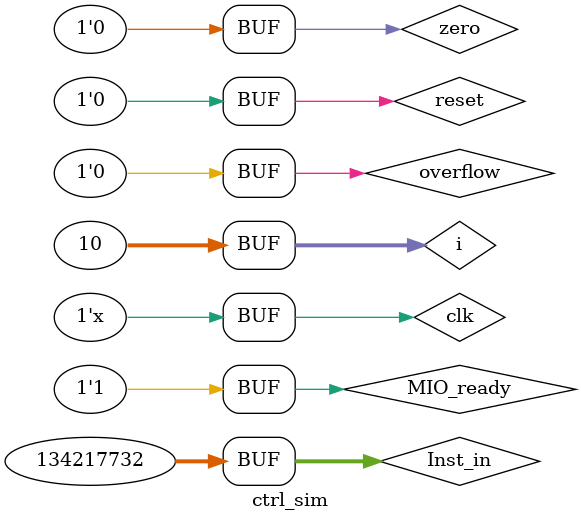
<source format=v>
`timescale 1ns / 1ps
module ctrl_sim();
    reg clk, reset;
    reg [31:0] Inst_in;
    reg zero, overflow, MIO_ready;

    wire MemRead, MemWrite;
    wire [2:0] ALU_operation;
    wire [4:0] state_out;

    wire CPU_MIO, IorD, IRWrite;
    wire [1:0] RegDst;
    wire RegWrite;
    wire [1:0] MemtoReg;
    wire ALUSrcA;
    wire [1:0] ALUSrcB, PCSource;
    wire PCWrite, PCWriteCond, Branch;

    ctrl UUT(.clk(clk), .reset(reset), .Inst_in(Inst_in), .zero(zero), .overflow(overflow), .MIO_ready(MIO_ready), .MemRead(MemRead), .MemWrite(MemWrite), .ALU_operation(ALU_operation), .state_out(state_out), .CPU_MIO(CPU_MIO), .IorD(IorD), .IRWrite(IRWrite), .RegDst(RegDst), .RegWrite(RegWrite), .MemtoReg(MemtoReg), .ALUSrcA(ALUSrcA), .ALUSrcB(ALUSrcB), .PCSource(PCSource), .PCWrite(PCWrite), .PCWriteCond(PCWriteCond), .Branch(Branch));

    initial begin
        clk = 0;
        reset = 1;
        Inst_in = 32'h0;
        zero = 0;
        overflow = 0;
        MIO_ready = 1;

        #20;

        reset = 0;
        Inst_in = 32'h08000004;
    end

    integer i;
    always @* for (i=0; i<10; i=i+1) clk <= #5 ~clk;
endmodule

</source>
